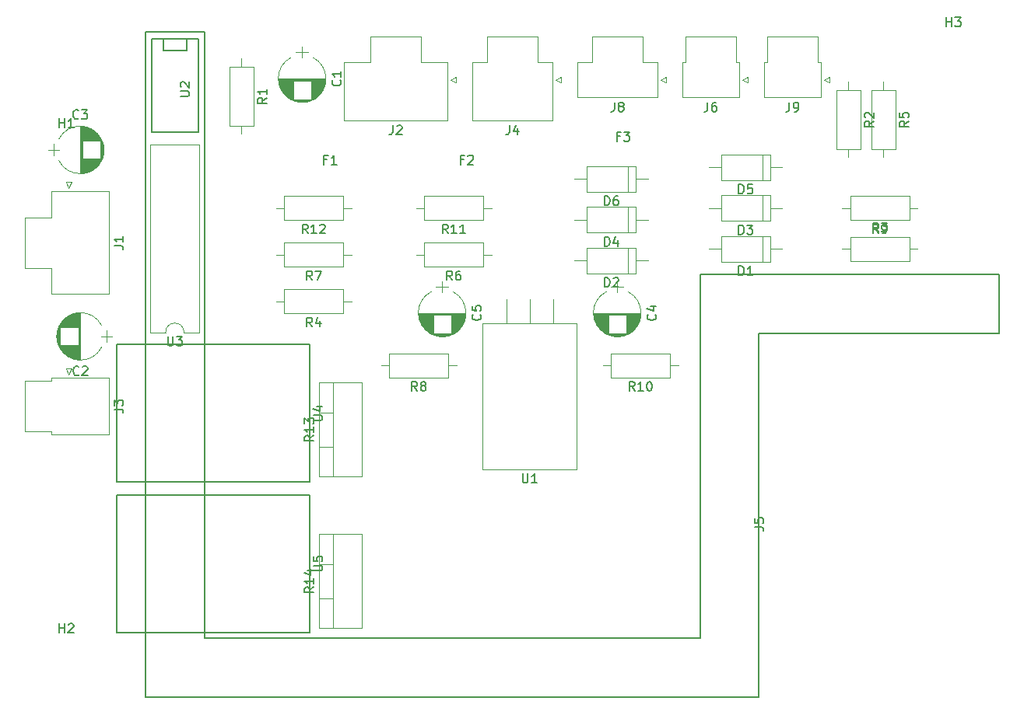
<source format=gbr>
G04 #@! TF.FileFunction,Legend,Top*
%FSLAX46Y46*%
G04 Gerber Fmt 4.6, Leading zero omitted, Abs format (unit mm)*
G04 Created by KiCad (PCBNEW 4.0.7) date 03/04/18 13:02:16*
%MOMM*%
%LPD*%
G01*
G04 APERTURE LIST*
%ADD10C,0.100000*%
%ADD11C,0.200000*%
%ADD12C,0.120000*%
%ADD13C,0.150000*%
G04 APERTURE END LIST*
D10*
D11*
X140500000Y-51943000D02*
X134100000Y-51943000D01*
X134100000Y-124383000D02*
X134100000Y-51943000D01*
X200837000Y-124383000D02*
X134100000Y-124383000D01*
X200837000Y-84759000D02*
X200837000Y-124383000D01*
X226949000Y-84759000D02*
X200837000Y-84759000D01*
X226949000Y-78359000D02*
X226949000Y-84759000D01*
X194437000Y-78359000D02*
X226949000Y-78359000D01*
X194437000Y-117983000D02*
X194437000Y-78359000D01*
X140500000Y-117983000D02*
X194437000Y-117983000D01*
X140500000Y-51943000D02*
X140500000Y-117983000D01*
D12*
X155610000Y-72430000D02*
X155610000Y-69810000D01*
X155610000Y-69810000D02*
X149190000Y-69810000D01*
X149190000Y-69810000D02*
X149190000Y-72430000D01*
X149190000Y-72430000D02*
X155610000Y-72430000D01*
X156500000Y-71120000D02*
X155610000Y-71120000D01*
X148300000Y-71120000D02*
X149190000Y-71120000D01*
X170850000Y-72430000D02*
X170850000Y-69810000D01*
X170850000Y-69810000D02*
X164430000Y-69810000D01*
X164430000Y-69810000D02*
X164430000Y-72430000D01*
X164430000Y-72430000D02*
X170850000Y-72430000D01*
X171740000Y-71120000D02*
X170850000Y-71120000D01*
X163540000Y-71120000D02*
X164430000Y-71120000D01*
X191170000Y-89575000D02*
X191170000Y-86955000D01*
X191170000Y-86955000D02*
X184750000Y-86955000D01*
X184750000Y-86955000D02*
X184750000Y-89575000D01*
X184750000Y-89575000D02*
X191170000Y-89575000D01*
X192060000Y-88265000D02*
X191170000Y-88265000D01*
X183860000Y-88265000D02*
X184750000Y-88265000D01*
X217205000Y-72430000D02*
X217205000Y-69810000D01*
X217205000Y-69810000D02*
X210785000Y-69810000D01*
X210785000Y-69810000D02*
X210785000Y-72430000D01*
X210785000Y-72430000D02*
X217205000Y-72430000D01*
X218095000Y-71120000D02*
X217205000Y-71120000D01*
X209895000Y-71120000D02*
X210785000Y-71120000D01*
X167040000Y-89575000D02*
X167040000Y-86955000D01*
X167040000Y-86955000D02*
X160620000Y-86955000D01*
X160620000Y-86955000D02*
X160620000Y-89575000D01*
X160620000Y-89575000D02*
X167040000Y-89575000D01*
X167930000Y-88265000D02*
X167040000Y-88265000D01*
X159730000Y-88265000D02*
X160620000Y-88265000D01*
X155610000Y-77510000D02*
X155610000Y-74890000D01*
X155610000Y-74890000D02*
X149190000Y-74890000D01*
X149190000Y-74890000D02*
X149190000Y-77510000D01*
X149190000Y-77510000D02*
X155610000Y-77510000D01*
X156500000Y-76200000D02*
X155610000Y-76200000D01*
X148300000Y-76200000D02*
X149190000Y-76200000D01*
X170850000Y-77510000D02*
X170850000Y-74890000D01*
X170850000Y-74890000D02*
X164430000Y-74890000D01*
X164430000Y-74890000D02*
X164430000Y-77510000D01*
X164430000Y-77510000D02*
X170850000Y-77510000D01*
X171740000Y-76200000D02*
X170850000Y-76200000D01*
X163540000Y-76200000D02*
X164430000Y-76200000D01*
X215686000Y-58258000D02*
X213066000Y-58258000D01*
X213066000Y-58258000D02*
X213066000Y-64678000D01*
X213066000Y-64678000D02*
X215686000Y-64678000D01*
X215686000Y-64678000D02*
X215686000Y-58258000D01*
X214376000Y-57368000D02*
X214376000Y-58258000D01*
X214376000Y-65568000D02*
X214376000Y-64678000D01*
X155610000Y-82590000D02*
X155610000Y-79970000D01*
X155610000Y-79970000D02*
X149190000Y-79970000D01*
X149190000Y-79970000D02*
X149190000Y-82590000D01*
X149190000Y-82590000D02*
X155610000Y-82590000D01*
X156500000Y-81280000D02*
X155610000Y-81280000D01*
X148300000Y-81280000D02*
X149190000Y-81280000D01*
X210785000Y-74255000D02*
X210785000Y-76875000D01*
X210785000Y-76875000D02*
X217205000Y-76875000D01*
X217205000Y-76875000D02*
X217205000Y-74255000D01*
X217205000Y-74255000D02*
X210785000Y-74255000D01*
X209895000Y-75565000D02*
X210785000Y-75565000D01*
X218095000Y-75565000D02*
X217205000Y-75565000D01*
X211876000Y-58258000D02*
X209256000Y-58258000D01*
X209256000Y-58258000D02*
X209256000Y-64678000D01*
X209256000Y-64678000D02*
X211876000Y-64678000D01*
X211876000Y-64678000D02*
X211876000Y-58258000D01*
X210566000Y-57368000D02*
X210566000Y-58258000D01*
X210566000Y-65568000D02*
X210566000Y-64678000D01*
X145836000Y-55718000D02*
X143216000Y-55718000D01*
X143216000Y-55718000D02*
X143216000Y-62138000D01*
X143216000Y-62138000D02*
X145836000Y-62138000D01*
X145836000Y-62138000D02*
X145836000Y-55718000D01*
X144526000Y-54828000D02*
X144526000Y-55718000D01*
X144526000Y-63028000D02*
X144526000Y-62138000D01*
X187445000Y-69355000D02*
X187445000Y-66535000D01*
X187445000Y-66535000D02*
X182125000Y-66535000D01*
X182125000Y-66535000D02*
X182125000Y-69355000D01*
X182125000Y-69355000D02*
X187445000Y-69355000D01*
X188785000Y-67945000D02*
X187445000Y-67945000D01*
X180785000Y-67945000D02*
X182125000Y-67945000D01*
X186605000Y-69355000D02*
X186605000Y-66535000D01*
X202050000Y-68085000D02*
X202050000Y-65265000D01*
X202050000Y-65265000D02*
X196730000Y-65265000D01*
X196730000Y-65265000D02*
X196730000Y-68085000D01*
X196730000Y-68085000D02*
X202050000Y-68085000D01*
X203390000Y-66675000D02*
X202050000Y-66675000D01*
X195390000Y-66675000D02*
X196730000Y-66675000D01*
X201210000Y-68085000D02*
X201210000Y-65265000D01*
X187445000Y-73800000D02*
X187445000Y-70980000D01*
X187445000Y-70980000D02*
X182125000Y-70980000D01*
X182125000Y-70980000D02*
X182125000Y-73800000D01*
X182125000Y-73800000D02*
X187445000Y-73800000D01*
X188785000Y-72390000D02*
X187445000Y-72390000D01*
X180785000Y-72390000D02*
X182125000Y-72390000D01*
X186605000Y-73800000D02*
X186605000Y-70980000D01*
X202050000Y-72530000D02*
X202050000Y-69710000D01*
X202050000Y-69710000D02*
X196730000Y-69710000D01*
X196730000Y-69710000D02*
X196730000Y-72530000D01*
X196730000Y-72530000D02*
X202050000Y-72530000D01*
X203390000Y-71120000D02*
X202050000Y-71120000D01*
X195390000Y-71120000D02*
X196730000Y-71120000D01*
X201210000Y-72530000D02*
X201210000Y-69710000D01*
X187445000Y-78245000D02*
X187445000Y-75425000D01*
X187445000Y-75425000D02*
X182125000Y-75425000D01*
X182125000Y-75425000D02*
X182125000Y-78245000D01*
X182125000Y-78245000D02*
X187445000Y-78245000D01*
X188785000Y-76835000D02*
X187445000Y-76835000D01*
X180785000Y-76835000D02*
X182125000Y-76835000D01*
X186605000Y-78245000D02*
X186605000Y-75425000D01*
X202050000Y-76975000D02*
X202050000Y-74155000D01*
X202050000Y-74155000D02*
X196730000Y-74155000D01*
X196730000Y-74155000D02*
X196730000Y-76975000D01*
X196730000Y-76975000D02*
X202050000Y-76975000D01*
X203390000Y-75565000D02*
X202050000Y-75565000D01*
X195390000Y-75565000D02*
X196730000Y-75565000D01*
X201210000Y-76975000D02*
X201210000Y-74155000D01*
X130120000Y-92690000D02*
X130120000Y-89570000D01*
X130120000Y-89570000D02*
X123840000Y-89570000D01*
X123840000Y-89570000D02*
X123840000Y-89940000D01*
X123840000Y-89940000D02*
X120980000Y-89940000D01*
X120980000Y-89940000D02*
X120980000Y-92690000D01*
X130120000Y-92690000D02*
X130120000Y-95810000D01*
X130120000Y-95810000D02*
X123840000Y-95810000D01*
X123840000Y-95810000D02*
X123840000Y-95440000D01*
X123840000Y-95440000D02*
X120980000Y-95440000D01*
X120980000Y-95440000D02*
X120980000Y-92690000D01*
X125730000Y-89220000D02*
X125430000Y-88620000D01*
X125430000Y-88620000D02*
X126030000Y-88620000D01*
X126030000Y-88620000D02*
X125730000Y-89220000D01*
X167549723Y-84835722D02*
G75*
G03X167550000Y-80224420I-1179723J2305722D01*
G01*
X165190277Y-84835722D02*
G75*
G02X165190000Y-80224420I1179723J2305722D01*
G01*
X165190277Y-84835722D02*
G75*
G03X167550000Y-84835580I1179723J2305722D01*
G01*
X168920000Y-82530000D02*
X163820000Y-82530000D01*
X168920000Y-82570000D02*
X163820000Y-82570000D01*
X168919000Y-82610000D02*
X163821000Y-82610000D01*
X168918000Y-82650000D02*
X163822000Y-82650000D01*
X168916000Y-82690000D02*
X163824000Y-82690000D01*
X168913000Y-82730000D02*
X163827000Y-82730000D01*
X168909000Y-82770000D02*
X163831000Y-82770000D01*
X168905000Y-82810000D02*
X167350000Y-82810000D01*
X165390000Y-82810000D02*
X163835000Y-82810000D01*
X168901000Y-82850000D02*
X167350000Y-82850000D01*
X165390000Y-82850000D02*
X163839000Y-82850000D01*
X168895000Y-82890000D02*
X167350000Y-82890000D01*
X165390000Y-82890000D02*
X163845000Y-82890000D01*
X168889000Y-82930000D02*
X167350000Y-82930000D01*
X165390000Y-82930000D02*
X163851000Y-82930000D01*
X168883000Y-82970000D02*
X167350000Y-82970000D01*
X165390000Y-82970000D02*
X163857000Y-82970000D01*
X168876000Y-83010000D02*
X167350000Y-83010000D01*
X165390000Y-83010000D02*
X163864000Y-83010000D01*
X168868000Y-83050000D02*
X167350000Y-83050000D01*
X165390000Y-83050000D02*
X163872000Y-83050000D01*
X168859000Y-83090000D02*
X167350000Y-83090000D01*
X165390000Y-83090000D02*
X163881000Y-83090000D01*
X168850000Y-83130000D02*
X167350000Y-83130000D01*
X165390000Y-83130000D02*
X163890000Y-83130000D01*
X168840000Y-83170000D02*
X167350000Y-83170000D01*
X165390000Y-83170000D02*
X163900000Y-83170000D01*
X168830000Y-83210000D02*
X167350000Y-83210000D01*
X165390000Y-83210000D02*
X163910000Y-83210000D01*
X168818000Y-83251000D02*
X167350000Y-83251000D01*
X165390000Y-83251000D02*
X163922000Y-83251000D01*
X168806000Y-83291000D02*
X167350000Y-83291000D01*
X165390000Y-83291000D02*
X163934000Y-83291000D01*
X168794000Y-83331000D02*
X167350000Y-83331000D01*
X165390000Y-83331000D02*
X163946000Y-83331000D01*
X168780000Y-83371000D02*
X167350000Y-83371000D01*
X165390000Y-83371000D02*
X163960000Y-83371000D01*
X168766000Y-83411000D02*
X167350000Y-83411000D01*
X165390000Y-83411000D02*
X163974000Y-83411000D01*
X168752000Y-83451000D02*
X167350000Y-83451000D01*
X165390000Y-83451000D02*
X163988000Y-83451000D01*
X168736000Y-83491000D02*
X167350000Y-83491000D01*
X165390000Y-83491000D02*
X164004000Y-83491000D01*
X168720000Y-83531000D02*
X167350000Y-83531000D01*
X165390000Y-83531000D02*
X164020000Y-83531000D01*
X168703000Y-83571000D02*
X167350000Y-83571000D01*
X165390000Y-83571000D02*
X164037000Y-83571000D01*
X168685000Y-83611000D02*
X167350000Y-83611000D01*
X165390000Y-83611000D02*
X164055000Y-83611000D01*
X168666000Y-83651000D02*
X167350000Y-83651000D01*
X165390000Y-83651000D02*
X164074000Y-83651000D01*
X168646000Y-83691000D02*
X167350000Y-83691000D01*
X165390000Y-83691000D02*
X164094000Y-83691000D01*
X168626000Y-83731000D02*
X167350000Y-83731000D01*
X165390000Y-83731000D02*
X164114000Y-83731000D01*
X168604000Y-83771000D02*
X167350000Y-83771000D01*
X165390000Y-83771000D02*
X164136000Y-83771000D01*
X168582000Y-83811000D02*
X167350000Y-83811000D01*
X165390000Y-83811000D02*
X164158000Y-83811000D01*
X168559000Y-83851000D02*
X167350000Y-83851000D01*
X165390000Y-83851000D02*
X164181000Y-83851000D01*
X168535000Y-83891000D02*
X167350000Y-83891000D01*
X165390000Y-83891000D02*
X164205000Y-83891000D01*
X168510000Y-83931000D02*
X167350000Y-83931000D01*
X165390000Y-83931000D02*
X164230000Y-83931000D01*
X168483000Y-83971000D02*
X167350000Y-83971000D01*
X165390000Y-83971000D02*
X164257000Y-83971000D01*
X168456000Y-84011000D02*
X167350000Y-84011000D01*
X165390000Y-84011000D02*
X164284000Y-84011000D01*
X168428000Y-84051000D02*
X167350000Y-84051000D01*
X165390000Y-84051000D02*
X164312000Y-84051000D01*
X168398000Y-84091000D02*
X167350000Y-84091000D01*
X165390000Y-84091000D02*
X164342000Y-84091000D01*
X168367000Y-84131000D02*
X167350000Y-84131000D01*
X165390000Y-84131000D02*
X164373000Y-84131000D01*
X168335000Y-84171000D02*
X167350000Y-84171000D01*
X165390000Y-84171000D02*
X164405000Y-84171000D01*
X168302000Y-84211000D02*
X167350000Y-84211000D01*
X165390000Y-84211000D02*
X164438000Y-84211000D01*
X168267000Y-84251000D02*
X167350000Y-84251000D01*
X165390000Y-84251000D02*
X164473000Y-84251000D01*
X168231000Y-84291000D02*
X167350000Y-84291000D01*
X165390000Y-84291000D02*
X164509000Y-84291000D01*
X168193000Y-84331000D02*
X167350000Y-84331000D01*
X165390000Y-84331000D02*
X164547000Y-84331000D01*
X168153000Y-84371000D02*
X167350000Y-84371000D01*
X165390000Y-84371000D02*
X164587000Y-84371000D01*
X168112000Y-84411000D02*
X167350000Y-84411000D01*
X165390000Y-84411000D02*
X164628000Y-84411000D01*
X168069000Y-84451000D02*
X167350000Y-84451000D01*
X165390000Y-84451000D02*
X164671000Y-84451000D01*
X168024000Y-84491000D02*
X167350000Y-84491000D01*
X165390000Y-84491000D02*
X164716000Y-84491000D01*
X167976000Y-84531000D02*
X167350000Y-84531000D01*
X165390000Y-84531000D02*
X164764000Y-84531000D01*
X167926000Y-84571000D02*
X167350000Y-84571000D01*
X165390000Y-84571000D02*
X164814000Y-84571000D01*
X167874000Y-84611000D02*
X167350000Y-84611000D01*
X165390000Y-84611000D02*
X164866000Y-84611000D01*
X167818000Y-84651000D02*
X167350000Y-84651000D01*
X165390000Y-84651000D02*
X164922000Y-84651000D01*
X167760000Y-84691000D02*
X167350000Y-84691000D01*
X165390000Y-84691000D02*
X164980000Y-84691000D01*
X167697000Y-84731000D02*
X167350000Y-84731000D01*
X165390000Y-84731000D02*
X165043000Y-84731000D01*
X167631000Y-84771000D02*
X165109000Y-84771000D01*
X167559000Y-84811000D02*
X165181000Y-84811000D01*
X167482000Y-84851000D02*
X165258000Y-84851000D01*
X167398000Y-84891000D02*
X165342000Y-84891000D01*
X167304000Y-84931000D02*
X165436000Y-84931000D01*
X167199000Y-84971000D02*
X165541000Y-84971000D01*
X167077000Y-85011000D02*
X165663000Y-85011000D01*
X166929000Y-85051000D02*
X165811000Y-85051000D01*
X166724000Y-85091000D02*
X166016000Y-85091000D01*
X166370000Y-79080000D02*
X166370000Y-80280000D01*
X167020000Y-79680000D02*
X165720000Y-79680000D01*
X186599723Y-84835722D02*
G75*
G03X186600000Y-80224420I-1179723J2305722D01*
G01*
X184240277Y-84835722D02*
G75*
G02X184240000Y-80224420I1179723J2305722D01*
G01*
X184240277Y-84835722D02*
G75*
G03X186600000Y-84835580I1179723J2305722D01*
G01*
X187970000Y-82530000D02*
X182870000Y-82530000D01*
X187970000Y-82570000D02*
X182870000Y-82570000D01*
X187969000Y-82610000D02*
X182871000Y-82610000D01*
X187968000Y-82650000D02*
X182872000Y-82650000D01*
X187966000Y-82690000D02*
X182874000Y-82690000D01*
X187963000Y-82730000D02*
X182877000Y-82730000D01*
X187959000Y-82770000D02*
X182881000Y-82770000D01*
X187955000Y-82810000D02*
X186400000Y-82810000D01*
X184440000Y-82810000D02*
X182885000Y-82810000D01*
X187951000Y-82850000D02*
X186400000Y-82850000D01*
X184440000Y-82850000D02*
X182889000Y-82850000D01*
X187945000Y-82890000D02*
X186400000Y-82890000D01*
X184440000Y-82890000D02*
X182895000Y-82890000D01*
X187939000Y-82930000D02*
X186400000Y-82930000D01*
X184440000Y-82930000D02*
X182901000Y-82930000D01*
X187933000Y-82970000D02*
X186400000Y-82970000D01*
X184440000Y-82970000D02*
X182907000Y-82970000D01*
X187926000Y-83010000D02*
X186400000Y-83010000D01*
X184440000Y-83010000D02*
X182914000Y-83010000D01*
X187918000Y-83050000D02*
X186400000Y-83050000D01*
X184440000Y-83050000D02*
X182922000Y-83050000D01*
X187909000Y-83090000D02*
X186400000Y-83090000D01*
X184440000Y-83090000D02*
X182931000Y-83090000D01*
X187900000Y-83130000D02*
X186400000Y-83130000D01*
X184440000Y-83130000D02*
X182940000Y-83130000D01*
X187890000Y-83170000D02*
X186400000Y-83170000D01*
X184440000Y-83170000D02*
X182950000Y-83170000D01*
X187880000Y-83210000D02*
X186400000Y-83210000D01*
X184440000Y-83210000D02*
X182960000Y-83210000D01*
X187868000Y-83251000D02*
X186400000Y-83251000D01*
X184440000Y-83251000D02*
X182972000Y-83251000D01*
X187856000Y-83291000D02*
X186400000Y-83291000D01*
X184440000Y-83291000D02*
X182984000Y-83291000D01*
X187844000Y-83331000D02*
X186400000Y-83331000D01*
X184440000Y-83331000D02*
X182996000Y-83331000D01*
X187830000Y-83371000D02*
X186400000Y-83371000D01*
X184440000Y-83371000D02*
X183010000Y-83371000D01*
X187816000Y-83411000D02*
X186400000Y-83411000D01*
X184440000Y-83411000D02*
X183024000Y-83411000D01*
X187802000Y-83451000D02*
X186400000Y-83451000D01*
X184440000Y-83451000D02*
X183038000Y-83451000D01*
X187786000Y-83491000D02*
X186400000Y-83491000D01*
X184440000Y-83491000D02*
X183054000Y-83491000D01*
X187770000Y-83531000D02*
X186400000Y-83531000D01*
X184440000Y-83531000D02*
X183070000Y-83531000D01*
X187753000Y-83571000D02*
X186400000Y-83571000D01*
X184440000Y-83571000D02*
X183087000Y-83571000D01*
X187735000Y-83611000D02*
X186400000Y-83611000D01*
X184440000Y-83611000D02*
X183105000Y-83611000D01*
X187716000Y-83651000D02*
X186400000Y-83651000D01*
X184440000Y-83651000D02*
X183124000Y-83651000D01*
X187696000Y-83691000D02*
X186400000Y-83691000D01*
X184440000Y-83691000D02*
X183144000Y-83691000D01*
X187676000Y-83731000D02*
X186400000Y-83731000D01*
X184440000Y-83731000D02*
X183164000Y-83731000D01*
X187654000Y-83771000D02*
X186400000Y-83771000D01*
X184440000Y-83771000D02*
X183186000Y-83771000D01*
X187632000Y-83811000D02*
X186400000Y-83811000D01*
X184440000Y-83811000D02*
X183208000Y-83811000D01*
X187609000Y-83851000D02*
X186400000Y-83851000D01*
X184440000Y-83851000D02*
X183231000Y-83851000D01*
X187585000Y-83891000D02*
X186400000Y-83891000D01*
X184440000Y-83891000D02*
X183255000Y-83891000D01*
X187560000Y-83931000D02*
X186400000Y-83931000D01*
X184440000Y-83931000D02*
X183280000Y-83931000D01*
X187533000Y-83971000D02*
X186400000Y-83971000D01*
X184440000Y-83971000D02*
X183307000Y-83971000D01*
X187506000Y-84011000D02*
X186400000Y-84011000D01*
X184440000Y-84011000D02*
X183334000Y-84011000D01*
X187478000Y-84051000D02*
X186400000Y-84051000D01*
X184440000Y-84051000D02*
X183362000Y-84051000D01*
X187448000Y-84091000D02*
X186400000Y-84091000D01*
X184440000Y-84091000D02*
X183392000Y-84091000D01*
X187417000Y-84131000D02*
X186400000Y-84131000D01*
X184440000Y-84131000D02*
X183423000Y-84131000D01*
X187385000Y-84171000D02*
X186400000Y-84171000D01*
X184440000Y-84171000D02*
X183455000Y-84171000D01*
X187352000Y-84211000D02*
X186400000Y-84211000D01*
X184440000Y-84211000D02*
X183488000Y-84211000D01*
X187317000Y-84251000D02*
X186400000Y-84251000D01*
X184440000Y-84251000D02*
X183523000Y-84251000D01*
X187281000Y-84291000D02*
X186400000Y-84291000D01*
X184440000Y-84291000D02*
X183559000Y-84291000D01*
X187243000Y-84331000D02*
X186400000Y-84331000D01*
X184440000Y-84331000D02*
X183597000Y-84331000D01*
X187203000Y-84371000D02*
X186400000Y-84371000D01*
X184440000Y-84371000D02*
X183637000Y-84371000D01*
X187162000Y-84411000D02*
X186400000Y-84411000D01*
X184440000Y-84411000D02*
X183678000Y-84411000D01*
X187119000Y-84451000D02*
X186400000Y-84451000D01*
X184440000Y-84451000D02*
X183721000Y-84451000D01*
X187074000Y-84491000D02*
X186400000Y-84491000D01*
X184440000Y-84491000D02*
X183766000Y-84491000D01*
X187026000Y-84531000D02*
X186400000Y-84531000D01*
X184440000Y-84531000D02*
X183814000Y-84531000D01*
X186976000Y-84571000D02*
X186400000Y-84571000D01*
X184440000Y-84571000D02*
X183864000Y-84571000D01*
X186924000Y-84611000D02*
X186400000Y-84611000D01*
X184440000Y-84611000D02*
X183916000Y-84611000D01*
X186868000Y-84651000D02*
X186400000Y-84651000D01*
X184440000Y-84651000D02*
X183972000Y-84651000D01*
X186810000Y-84691000D02*
X186400000Y-84691000D01*
X184440000Y-84691000D02*
X184030000Y-84691000D01*
X186747000Y-84731000D02*
X186400000Y-84731000D01*
X184440000Y-84731000D02*
X184093000Y-84731000D01*
X186681000Y-84771000D02*
X184159000Y-84771000D01*
X186609000Y-84811000D02*
X184231000Y-84811000D01*
X186532000Y-84851000D02*
X184308000Y-84851000D01*
X186448000Y-84891000D02*
X184392000Y-84891000D01*
X186354000Y-84931000D02*
X184486000Y-84931000D01*
X186249000Y-84971000D02*
X184591000Y-84971000D01*
X186127000Y-85011000D02*
X184713000Y-85011000D01*
X185979000Y-85051000D02*
X184861000Y-85051000D01*
X185774000Y-85091000D02*
X185066000Y-85091000D01*
X185420000Y-79080000D02*
X185420000Y-80280000D01*
X186070000Y-79680000D02*
X184770000Y-79680000D01*
X129285722Y-63590277D02*
G75*
G03X124674420Y-63590000I-2305722J-1179723D01*
G01*
X129285722Y-65949723D02*
G75*
G02X124674420Y-65950000I-2305722J1179723D01*
G01*
X129285722Y-65949723D02*
G75*
G03X129285580Y-63590000I-2305722J1179723D01*
G01*
X126980000Y-62220000D02*
X126980000Y-67320000D01*
X127020000Y-62220000D02*
X127020000Y-67320000D01*
X127060000Y-62221000D02*
X127060000Y-67319000D01*
X127100000Y-62222000D02*
X127100000Y-67318000D01*
X127140000Y-62224000D02*
X127140000Y-67316000D01*
X127180000Y-62227000D02*
X127180000Y-67313000D01*
X127220000Y-62231000D02*
X127220000Y-67309000D01*
X127260000Y-62235000D02*
X127260000Y-63790000D01*
X127260000Y-65750000D02*
X127260000Y-67305000D01*
X127300000Y-62239000D02*
X127300000Y-63790000D01*
X127300000Y-65750000D02*
X127300000Y-67301000D01*
X127340000Y-62245000D02*
X127340000Y-63790000D01*
X127340000Y-65750000D02*
X127340000Y-67295000D01*
X127380000Y-62251000D02*
X127380000Y-63790000D01*
X127380000Y-65750000D02*
X127380000Y-67289000D01*
X127420000Y-62257000D02*
X127420000Y-63790000D01*
X127420000Y-65750000D02*
X127420000Y-67283000D01*
X127460000Y-62264000D02*
X127460000Y-63790000D01*
X127460000Y-65750000D02*
X127460000Y-67276000D01*
X127500000Y-62272000D02*
X127500000Y-63790000D01*
X127500000Y-65750000D02*
X127500000Y-67268000D01*
X127540000Y-62281000D02*
X127540000Y-63790000D01*
X127540000Y-65750000D02*
X127540000Y-67259000D01*
X127580000Y-62290000D02*
X127580000Y-63790000D01*
X127580000Y-65750000D02*
X127580000Y-67250000D01*
X127620000Y-62300000D02*
X127620000Y-63790000D01*
X127620000Y-65750000D02*
X127620000Y-67240000D01*
X127660000Y-62310000D02*
X127660000Y-63790000D01*
X127660000Y-65750000D02*
X127660000Y-67230000D01*
X127701000Y-62322000D02*
X127701000Y-63790000D01*
X127701000Y-65750000D02*
X127701000Y-67218000D01*
X127741000Y-62334000D02*
X127741000Y-63790000D01*
X127741000Y-65750000D02*
X127741000Y-67206000D01*
X127781000Y-62346000D02*
X127781000Y-63790000D01*
X127781000Y-65750000D02*
X127781000Y-67194000D01*
X127821000Y-62360000D02*
X127821000Y-63790000D01*
X127821000Y-65750000D02*
X127821000Y-67180000D01*
X127861000Y-62374000D02*
X127861000Y-63790000D01*
X127861000Y-65750000D02*
X127861000Y-67166000D01*
X127901000Y-62388000D02*
X127901000Y-63790000D01*
X127901000Y-65750000D02*
X127901000Y-67152000D01*
X127941000Y-62404000D02*
X127941000Y-63790000D01*
X127941000Y-65750000D02*
X127941000Y-67136000D01*
X127981000Y-62420000D02*
X127981000Y-63790000D01*
X127981000Y-65750000D02*
X127981000Y-67120000D01*
X128021000Y-62437000D02*
X128021000Y-63790000D01*
X128021000Y-65750000D02*
X128021000Y-67103000D01*
X128061000Y-62455000D02*
X128061000Y-63790000D01*
X128061000Y-65750000D02*
X128061000Y-67085000D01*
X128101000Y-62474000D02*
X128101000Y-63790000D01*
X128101000Y-65750000D02*
X128101000Y-67066000D01*
X128141000Y-62494000D02*
X128141000Y-63790000D01*
X128141000Y-65750000D02*
X128141000Y-67046000D01*
X128181000Y-62514000D02*
X128181000Y-63790000D01*
X128181000Y-65750000D02*
X128181000Y-67026000D01*
X128221000Y-62536000D02*
X128221000Y-63790000D01*
X128221000Y-65750000D02*
X128221000Y-67004000D01*
X128261000Y-62558000D02*
X128261000Y-63790000D01*
X128261000Y-65750000D02*
X128261000Y-66982000D01*
X128301000Y-62581000D02*
X128301000Y-63790000D01*
X128301000Y-65750000D02*
X128301000Y-66959000D01*
X128341000Y-62605000D02*
X128341000Y-63790000D01*
X128341000Y-65750000D02*
X128341000Y-66935000D01*
X128381000Y-62630000D02*
X128381000Y-63790000D01*
X128381000Y-65750000D02*
X128381000Y-66910000D01*
X128421000Y-62657000D02*
X128421000Y-63790000D01*
X128421000Y-65750000D02*
X128421000Y-66883000D01*
X128461000Y-62684000D02*
X128461000Y-63790000D01*
X128461000Y-65750000D02*
X128461000Y-66856000D01*
X128501000Y-62712000D02*
X128501000Y-63790000D01*
X128501000Y-65750000D02*
X128501000Y-66828000D01*
X128541000Y-62742000D02*
X128541000Y-63790000D01*
X128541000Y-65750000D02*
X128541000Y-66798000D01*
X128581000Y-62773000D02*
X128581000Y-63790000D01*
X128581000Y-65750000D02*
X128581000Y-66767000D01*
X128621000Y-62805000D02*
X128621000Y-63790000D01*
X128621000Y-65750000D02*
X128621000Y-66735000D01*
X128661000Y-62838000D02*
X128661000Y-63790000D01*
X128661000Y-65750000D02*
X128661000Y-66702000D01*
X128701000Y-62873000D02*
X128701000Y-63790000D01*
X128701000Y-65750000D02*
X128701000Y-66667000D01*
X128741000Y-62909000D02*
X128741000Y-63790000D01*
X128741000Y-65750000D02*
X128741000Y-66631000D01*
X128781000Y-62947000D02*
X128781000Y-63790000D01*
X128781000Y-65750000D02*
X128781000Y-66593000D01*
X128821000Y-62987000D02*
X128821000Y-63790000D01*
X128821000Y-65750000D02*
X128821000Y-66553000D01*
X128861000Y-63028000D02*
X128861000Y-63790000D01*
X128861000Y-65750000D02*
X128861000Y-66512000D01*
X128901000Y-63071000D02*
X128901000Y-63790000D01*
X128901000Y-65750000D02*
X128901000Y-66469000D01*
X128941000Y-63116000D02*
X128941000Y-63790000D01*
X128941000Y-65750000D02*
X128941000Y-66424000D01*
X128981000Y-63164000D02*
X128981000Y-63790000D01*
X128981000Y-65750000D02*
X128981000Y-66376000D01*
X129021000Y-63214000D02*
X129021000Y-63790000D01*
X129021000Y-65750000D02*
X129021000Y-66326000D01*
X129061000Y-63266000D02*
X129061000Y-63790000D01*
X129061000Y-65750000D02*
X129061000Y-66274000D01*
X129101000Y-63322000D02*
X129101000Y-63790000D01*
X129101000Y-65750000D02*
X129101000Y-66218000D01*
X129141000Y-63380000D02*
X129141000Y-63790000D01*
X129141000Y-65750000D02*
X129141000Y-66160000D01*
X129181000Y-63443000D02*
X129181000Y-63790000D01*
X129181000Y-65750000D02*
X129181000Y-66097000D01*
X129221000Y-63509000D02*
X129221000Y-66031000D01*
X129261000Y-63581000D02*
X129261000Y-65959000D01*
X129301000Y-63658000D02*
X129301000Y-65882000D01*
X129341000Y-63742000D02*
X129341000Y-65798000D01*
X129381000Y-63836000D02*
X129381000Y-65704000D01*
X129421000Y-63941000D02*
X129421000Y-65599000D01*
X129461000Y-64063000D02*
X129461000Y-65477000D01*
X129501000Y-64211000D02*
X129501000Y-65329000D01*
X129541000Y-64416000D02*
X129541000Y-65124000D01*
X123530000Y-64770000D02*
X124730000Y-64770000D01*
X124130000Y-64120000D02*
X124130000Y-65420000D01*
X124714278Y-86269723D02*
G75*
G03X129325580Y-86270000I2305722J1179723D01*
G01*
X124714278Y-83910277D02*
G75*
G02X129325580Y-83910000I2305722J-1179723D01*
G01*
X124714278Y-83910277D02*
G75*
G03X124714420Y-86270000I2305722J-1179723D01*
G01*
X127020000Y-87640000D02*
X127020000Y-82540000D01*
X126980000Y-87640000D02*
X126980000Y-82540000D01*
X126940000Y-87639000D02*
X126940000Y-82541000D01*
X126900000Y-87638000D02*
X126900000Y-82542000D01*
X126860000Y-87636000D02*
X126860000Y-82544000D01*
X126820000Y-87633000D02*
X126820000Y-82547000D01*
X126780000Y-87629000D02*
X126780000Y-82551000D01*
X126740000Y-87625000D02*
X126740000Y-86070000D01*
X126740000Y-84110000D02*
X126740000Y-82555000D01*
X126700000Y-87621000D02*
X126700000Y-86070000D01*
X126700000Y-84110000D02*
X126700000Y-82559000D01*
X126660000Y-87615000D02*
X126660000Y-86070000D01*
X126660000Y-84110000D02*
X126660000Y-82565000D01*
X126620000Y-87609000D02*
X126620000Y-86070000D01*
X126620000Y-84110000D02*
X126620000Y-82571000D01*
X126580000Y-87603000D02*
X126580000Y-86070000D01*
X126580000Y-84110000D02*
X126580000Y-82577000D01*
X126540000Y-87596000D02*
X126540000Y-86070000D01*
X126540000Y-84110000D02*
X126540000Y-82584000D01*
X126500000Y-87588000D02*
X126500000Y-86070000D01*
X126500000Y-84110000D02*
X126500000Y-82592000D01*
X126460000Y-87579000D02*
X126460000Y-86070000D01*
X126460000Y-84110000D02*
X126460000Y-82601000D01*
X126420000Y-87570000D02*
X126420000Y-86070000D01*
X126420000Y-84110000D02*
X126420000Y-82610000D01*
X126380000Y-87560000D02*
X126380000Y-86070000D01*
X126380000Y-84110000D02*
X126380000Y-82620000D01*
X126340000Y-87550000D02*
X126340000Y-86070000D01*
X126340000Y-84110000D02*
X126340000Y-82630000D01*
X126299000Y-87538000D02*
X126299000Y-86070000D01*
X126299000Y-84110000D02*
X126299000Y-82642000D01*
X126259000Y-87526000D02*
X126259000Y-86070000D01*
X126259000Y-84110000D02*
X126259000Y-82654000D01*
X126219000Y-87514000D02*
X126219000Y-86070000D01*
X126219000Y-84110000D02*
X126219000Y-82666000D01*
X126179000Y-87500000D02*
X126179000Y-86070000D01*
X126179000Y-84110000D02*
X126179000Y-82680000D01*
X126139000Y-87486000D02*
X126139000Y-86070000D01*
X126139000Y-84110000D02*
X126139000Y-82694000D01*
X126099000Y-87472000D02*
X126099000Y-86070000D01*
X126099000Y-84110000D02*
X126099000Y-82708000D01*
X126059000Y-87456000D02*
X126059000Y-86070000D01*
X126059000Y-84110000D02*
X126059000Y-82724000D01*
X126019000Y-87440000D02*
X126019000Y-86070000D01*
X126019000Y-84110000D02*
X126019000Y-82740000D01*
X125979000Y-87423000D02*
X125979000Y-86070000D01*
X125979000Y-84110000D02*
X125979000Y-82757000D01*
X125939000Y-87405000D02*
X125939000Y-86070000D01*
X125939000Y-84110000D02*
X125939000Y-82775000D01*
X125899000Y-87386000D02*
X125899000Y-86070000D01*
X125899000Y-84110000D02*
X125899000Y-82794000D01*
X125859000Y-87366000D02*
X125859000Y-86070000D01*
X125859000Y-84110000D02*
X125859000Y-82814000D01*
X125819000Y-87346000D02*
X125819000Y-86070000D01*
X125819000Y-84110000D02*
X125819000Y-82834000D01*
X125779000Y-87324000D02*
X125779000Y-86070000D01*
X125779000Y-84110000D02*
X125779000Y-82856000D01*
X125739000Y-87302000D02*
X125739000Y-86070000D01*
X125739000Y-84110000D02*
X125739000Y-82878000D01*
X125699000Y-87279000D02*
X125699000Y-86070000D01*
X125699000Y-84110000D02*
X125699000Y-82901000D01*
X125659000Y-87255000D02*
X125659000Y-86070000D01*
X125659000Y-84110000D02*
X125659000Y-82925000D01*
X125619000Y-87230000D02*
X125619000Y-86070000D01*
X125619000Y-84110000D02*
X125619000Y-82950000D01*
X125579000Y-87203000D02*
X125579000Y-86070000D01*
X125579000Y-84110000D02*
X125579000Y-82977000D01*
X125539000Y-87176000D02*
X125539000Y-86070000D01*
X125539000Y-84110000D02*
X125539000Y-83004000D01*
X125499000Y-87148000D02*
X125499000Y-86070000D01*
X125499000Y-84110000D02*
X125499000Y-83032000D01*
X125459000Y-87118000D02*
X125459000Y-86070000D01*
X125459000Y-84110000D02*
X125459000Y-83062000D01*
X125419000Y-87087000D02*
X125419000Y-86070000D01*
X125419000Y-84110000D02*
X125419000Y-83093000D01*
X125379000Y-87055000D02*
X125379000Y-86070000D01*
X125379000Y-84110000D02*
X125379000Y-83125000D01*
X125339000Y-87022000D02*
X125339000Y-86070000D01*
X125339000Y-84110000D02*
X125339000Y-83158000D01*
X125299000Y-86987000D02*
X125299000Y-86070000D01*
X125299000Y-84110000D02*
X125299000Y-83193000D01*
X125259000Y-86951000D02*
X125259000Y-86070000D01*
X125259000Y-84110000D02*
X125259000Y-83229000D01*
X125219000Y-86913000D02*
X125219000Y-86070000D01*
X125219000Y-84110000D02*
X125219000Y-83267000D01*
X125179000Y-86873000D02*
X125179000Y-86070000D01*
X125179000Y-84110000D02*
X125179000Y-83307000D01*
X125139000Y-86832000D02*
X125139000Y-86070000D01*
X125139000Y-84110000D02*
X125139000Y-83348000D01*
X125099000Y-86789000D02*
X125099000Y-86070000D01*
X125099000Y-84110000D02*
X125099000Y-83391000D01*
X125059000Y-86744000D02*
X125059000Y-86070000D01*
X125059000Y-84110000D02*
X125059000Y-83436000D01*
X125019000Y-86696000D02*
X125019000Y-86070000D01*
X125019000Y-84110000D02*
X125019000Y-83484000D01*
X124979000Y-86646000D02*
X124979000Y-86070000D01*
X124979000Y-84110000D02*
X124979000Y-83534000D01*
X124939000Y-86594000D02*
X124939000Y-86070000D01*
X124939000Y-84110000D02*
X124939000Y-83586000D01*
X124899000Y-86538000D02*
X124899000Y-86070000D01*
X124899000Y-84110000D02*
X124899000Y-83642000D01*
X124859000Y-86480000D02*
X124859000Y-86070000D01*
X124859000Y-84110000D02*
X124859000Y-83700000D01*
X124819000Y-86417000D02*
X124819000Y-86070000D01*
X124819000Y-84110000D02*
X124819000Y-83763000D01*
X124779000Y-86351000D02*
X124779000Y-83829000D01*
X124739000Y-86279000D02*
X124739000Y-83901000D01*
X124699000Y-86202000D02*
X124699000Y-83978000D01*
X124659000Y-86118000D02*
X124659000Y-84062000D01*
X124619000Y-86024000D02*
X124619000Y-84156000D01*
X124579000Y-85919000D02*
X124579000Y-84261000D01*
X124539000Y-85797000D02*
X124539000Y-84383000D01*
X124499000Y-85649000D02*
X124499000Y-84531000D01*
X124459000Y-85444000D02*
X124459000Y-84736000D01*
X130470000Y-85090000D02*
X129270000Y-85090000D01*
X129870000Y-85740000D02*
X129870000Y-84440000D01*
X152309723Y-59308722D02*
G75*
G03X152310000Y-54697420I-1179723J2305722D01*
G01*
X149950277Y-59308722D02*
G75*
G02X149950000Y-54697420I1179723J2305722D01*
G01*
X149950277Y-59308722D02*
G75*
G03X152310000Y-59308580I1179723J2305722D01*
G01*
X153680000Y-57003000D02*
X148580000Y-57003000D01*
X153680000Y-57043000D02*
X148580000Y-57043000D01*
X153679000Y-57083000D02*
X148581000Y-57083000D01*
X153678000Y-57123000D02*
X148582000Y-57123000D01*
X153676000Y-57163000D02*
X148584000Y-57163000D01*
X153673000Y-57203000D02*
X148587000Y-57203000D01*
X153669000Y-57243000D02*
X148591000Y-57243000D01*
X153665000Y-57283000D02*
X152110000Y-57283000D01*
X150150000Y-57283000D02*
X148595000Y-57283000D01*
X153661000Y-57323000D02*
X152110000Y-57323000D01*
X150150000Y-57323000D02*
X148599000Y-57323000D01*
X153655000Y-57363000D02*
X152110000Y-57363000D01*
X150150000Y-57363000D02*
X148605000Y-57363000D01*
X153649000Y-57403000D02*
X152110000Y-57403000D01*
X150150000Y-57403000D02*
X148611000Y-57403000D01*
X153643000Y-57443000D02*
X152110000Y-57443000D01*
X150150000Y-57443000D02*
X148617000Y-57443000D01*
X153636000Y-57483000D02*
X152110000Y-57483000D01*
X150150000Y-57483000D02*
X148624000Y-57483000D01*
X153628000Y-57523000D02*
X152110000Y-57523000D01*
X150150000Y-57523000D02*
X148632000Y-57523000D01*
X153619000Y-57563000D02*
X152110000Y-57563000D01*
X150150000Y-57563000D02*
X148641000Y-57563000D01*
X153610000Y-57603000D02*
X152110000Y-57603000D01*
X150150000Y-57603000D02*
X148650000Y-57603000D01*
X153600000Y-57643000D02*
X152110000Y-57643000D01*
X150150000Y-57643000D02*
X148660000Y-57643000D01*
X153590000Y-57683000D02*
X152110000Y-57683000D01*
X150150000Y-57683000D02*
X148670000Y-57683000D01*
X153578000Y-57724000D02*
X152110000Y-57724000D01*
X150150000Y-57724000D02*
X148682000Y-57724000D01*
X153566000Y-57764000D02*
X152110000Y-57764000D01*
X150150000Y-57764000D02*
X148694000Y-57764000D01*
X153554000Y-57804000D02*
X152110000Y-57804000D01*
X150150000Y-57804000D02*
X148706000Y-57804000D01*
X153540000Y-57844000D02*
X152110000Y-57844000D01*
X150150000Y-57844000D02*
X148720000Y-57844000D01*
X153526000Y-57884000D02*
X152110000Y-57884000D01*
X150150000Y-57884000D02*
X148734000Y-57884000D01*
X153512000Y-57924000D02*
X152110000Y-57924000D01*
X150150000Y-57924000D02*
X148748000Y-57924000D01*
X153496000Y-57964000D02*
X152110000Y-57964000D01*
X150150000Y-57964000D02*
X148764000Y-57964000D01*
X153480000Y-58004000D02*
X152110000Y-58004000D01*
X150150000Y-58004000D02*
X148780000Y-58004000D01*
X153463000Y-58044000D02*
X152110000Y-58044000D01*
X150150000Y-58044000D02*
X148797000Y-58044000D01*
X153445000Y-58084000D02*
X152110000Y-58084000D01*
X150150000Y-58084000D02*
X148815000Y-58084000D01*
X153426000Y-58124000D02*
X152110000Y-58124000D01*
X150150000Y-58124000D02*
X148834000Y-58124000D01*
X153406000Y-58164000D02*
X152110000Y-58164000D01*
X150150000Y-58164000D02*
X148854000Y-58164000D01*
X153386000Y-58204000D02*
X152110000Y-58204000D01*
X150150000Y-58204000D02*
X148874000Y-58204000D01*
X153364000Y-58244000D02*
X152110000Y-58244000D01*
X150150000Y-58244000D02*
X148896000Y-58244000D01*
X153342000Y-58284000D02*
X152110000Y-58284000D01*
X150150000Y-58284000D02*
X148918000Y-58284000D01*
X153319000Y-58324000D02*
X152110000Y-58324000D01*
X150150000Y-58324000D02*
X148941000Y-58324000D01*
X153295000Y-58364000D02*
X152110000Y-58364000D01*
X150150000Y-58364000D02*
X148965000Y-58364000D01*
X153270000Y-58404000D02*
X152110000Y-58404000D01*
X150150000Y-58404000D02*
X148990000Y-58404000D01*
X153243000Y-58444000D02*
X152110000Y-58444000D01*
X150150000Y-58444000D02*
X149017000Y-58444000D01*
X153216000Y-58484000D02*
X152110000Y-58484000D01*
X150150000Y-58484000D02*
X149044000Y-58484000D01*
X153188000Y-58524000D02*
X152110000Y-58524000D01*
X150150000Y-58524000D02*
X149072000Y-58524000D01*
X153158000Y-58564000D02*
X152110000Y-58564000D01*
X150150000Y-58564000D02*
X149102000Y-58564000D01*
X153127000Y-58604000D02*
X152110000Y-58604000D01*
X150150000Y-58604000D02*
X149133000Y-58604000D01*
X153095000Y-58644000D02*
X152110000Y-58644000D01*
X150150000Y-58644000D02*
X149165000Y-58644000D01*
X153062000Y-58684000D02*
X152110000Y-58684000D01*
X150150000Y-58684000D02*
X149198000Y-58684000D01*
X153027000Y-58724000D02*
X152110000Y-58724000D01*
X150150000Y-58724000D02*
X149233000Y-58724000D01*
X152991000Y-58764000D02*
X152110000Y-58764000D01*
X150150000Y-58764000D02*
X149269000Y-58764000D01*
X152953000Y-58804000D02*
X152110000Y-58804000D01*
X150150000Y-58804000D02*
X149307000Y-58804000D01*
X152913000Y-58844000D02*
X152110000Y-58844000D01*
X150150000Y-58844000D02*
X149347000Y-58844000D01*
X152872000Y-58884000D02*
X152110000Y-58884000D01*
X150150000Y-58884000D02*
X149388000Y-58884000D01*
X152829000Y-58924000D02*
X152110000Y-58924000D01*
X150150000Y-58924000D02*
X149431000Y-58924000D01*
X152784000Y-58964000D02*
X152110000Y-58964000D01*
X150150000Y-58964000D02*
X149476000Y-58964000D01*
X152736000Y-59004000D02*
X152110000Y-59004000D01*
X150150000Y-59004000D02*
X149524000Y-59004000D01*
X152686000Y-59044000D02*
X152110000Y-59044000D01*
X150150000Y-59044000D02*
X149574000Y-59044000D01*
X152634000Y-59084000D02*
X152110000Y-59084000D01*
X150150000Y-59084000D02*
X149626000Y-59084000D01*
X152578000Y-59124000D02*
X152110000Y-59124000D01*
X150150000Y-59124000D02*
X149682000Y-59124000D01*
X152520000Y-59164000D02*
X152110000Y-59164000D01*
X150150000Y-59164000D02*
X149740000Y-59164000D01*
X152457000Y-59204000D02*
X152110000Y-59204000D01*
X150150000Y-59204000D02*
X149803000Y-59204000D01*
X152391000Y-59244000D02*
X149869000Y-59244000D01*
X152319000Y-59284000D02*
X149941000Y-59284000D01*
X152242000Y-59324000D02*
X150018000Y-59324000D01*
X152158000Y-59364000D02*
X150102000Y-59364000D01*
X152064000Y-59404000D02*
X150196000Y-59404000D01*
X151959000Y-59444000D02*
X150301000Y-59444000D01*
X151837000Y-59484000D02*
X150423000Y-59484000D01*
X151689000Y-59524000D02*
X150571000Y-59524000D01*
X151484000Y-59564000D02*
X150776000Y-59564000D01*
X151130000Y-53553000D02*
X151130000Y-54753000D01*
X151780000Y-54153000D02*
X150480000Y-54153000D01*
X181015000Y-83700000D02*
X170775000Y-83700000D01*
X181015000Y-99590000D02*
X170775000Y-99590000D01*
X181015000Y-99590000D02*
X181015000Y-83700000D01*
X170775000Y-99590000D02*
X170775000Y-83700000D01*
X178435000Y-83700000D02*
X178435000Y-81060000D01*
X175895000Y-83700000D02*
X175895000Y-81076000D01*
X173355000Y-83700000D02*
X173355000Y-81076000D01*
D13*
X130978000Y-102355000D02*
X151978000Y-102355000D01*
X151978000Y-102355000D02*
X151978000Y-117355000D01*
X151978000Y-117355000D02*
X130978000Y-117355000D01*
X130978000Y-117355000D02*
X130978000Y-102355000D01*
X130978000Y-85972000D02*
X151978000Y-85972000D01*
X151978000Y-85972000D02*
X151978000Y-100972000D01*
X151978000Y-100972000D02*
X130978000Y-100972000D01*
X130978000Y-100972000D02*
X130978000Y-85972000D01*
D12*
X136287000Y-84642000D02*
G75*
G02X138287000Y-84642000I1000000J0D01*
G01*
X138287000Y-84642000D02*
X139937000Y-84642000D01*
X139937000Y-84642000D02*
X139937000Y-64202000D01*
X139937000Y-64202000D02*
X134637000Y-64202000D01*
X134637000Y-64202000D02*
X134637000Y-84642000D01*
X134637000Y-84642000D02*
X136287000Y-84642000D01*
D13*
X139827000Y-52705000D02*
X134747000Y-52705000D01*
X134747000Y-52705000D02*
X134747000Y-62865000D01*
X134747000Y-62865000D02*
X139827000Y-62865000D01*
X139827000Y-62865000D02*
X139827000Y-52705000D01*
X138557000Y-52705000D02*
X138557000Y-53975000D01*
X138557000Y-53975000D02*
X136017000Y-53975000D01*
X136017000Y-53975000D02*
X136017000Y-52705000D01*
D12*
X204490000Y-59040000D02*
X207610000Y-59040000D01*
X207610000Y-59040000D02*
X207610000Y-55260000D01*
X207610000Y-55260000D02*
X207240000Y-55260000D01*
X207240000Y-55260000D02*
X207240000Y-52400000D01*
X207240000Y-52400000D02*
X204490000Y-52400000D01*
X204490000Y-59040000D02*
X201370000Y-59040000D01*
X201370000Y-59040000D02*
X201370000Y-55260000D01*
X201370000Y-55260000D02*
X201740000Y-55260000D01*
X201740000Y-55260000D02*
X201740000Y-52400000D01*
X201740000Y-52400000D02*
X204490000Y-52400000D01*
X207960000Y-57150000D02*
X208560000Y-56850000D01*
X208560000Y-56850000D02*
X208560000Y-57450000D01*
X208560000Y-57450000D02*
X207960000Y-57150000D01*
X185460000Y-59040000D02*
X189830000Y-59040000D01*
X189830000Y-59040000D02*
X189830000Y-55260000D01*
X189830000Y-55260000D02*
X188210000Y-55260000D01*
X188210000Y-55260000D02*
X188210000Y-52400000D01*
X188210000Y-52400000D02*
X185460000Y-52400000D01*
X185460000Y-59040000D02*
X181090000Y-59040000D01*
X181090000Y-59040000D02*
X181090000Y-55260000D01*
X181090000Y-55260000D02*
X182710000Y-55260000D01*
X182710000Y-55260000D02*
X182710000Y-52400000D01*
X182710000Y-52400000D02*
X185460000Y-52400000D01*
X190180000Y-57150000D02*
X190780000Y-56850000D01*
X190780000Y-56850000D02*
X190780000Y-57450000D01*
X190780000Y-57450000D02*
X190180000Y-57150000D01*
X174030000Y-61540000D02*
X178400000Y-61540000D01*
X178400000Y-61540000D02*
X178400000Y-55260000D01*
X178400000Y-55260000D02*
X176780000Y-55260000D01*
X176780000Y-55260000D02*
X176780000Y-52400000D01*
X176780000Y-52400000D02*
X174030000Y-52400000D01*
X174030000Y-61540000D02*
X169660000Y-61540000D01*
X169660000Y-61540000D02*
X169660000Y-55260000D01*
X169660000Y-55260000D02*
X171280000Y-55260000D01*
X171280000Y-55260000D02*
X171280000Y-52400000D01*
X171280000Y-52400000D02*
X174030000Y-52400000D01*
X178750000Y-57150000D02*
X179350000Y-56850000D01*
X179350000Y-56850000D02*
X179350000Y-57450000D01*
X179350000Y-57450000D02*
X178750000Y-57150000D01*
X161350000Y-61540000D02*
X166970000Y-61540000D01*
X166970000Y-61540000D02*
X166970000Y-55260000D01*
X166970000Y-55260000D02*
X164100000Y-55260000D01*
X164100000Y-55260000D02*
X164100000Y-52400000D01*
X164100000Y-52400000D02*
X161350000Y-52400000D01*
X161350000Y-61540000D02*
X155730000Y-61540000D01*
X155730000Y-61540000D02*
X155730000Y-55260000D01*
X155730000Y-55260000D02*
X158600000Y-55260000D01*
X158600000Y-55260000D02*
X158600000Y-52400000D01*
X158600000Y-52400000D02*
X161350000Y-52400000D01*
X167320000Y-57150000D02*
X167920000Y-56850000D01*
X167920000Y-56850000D02*
X167920000Y-57450000D01*
X167920000Y-57450000D02*
X167320000Y-57150000D01*
X130120000Y-74870000D02*
X130120000Y-69250000D01*
X130120000Y-69250000D02*
X123840000Y-69250000D01*
X123840000Y-69250000D02*
X123840000Y-72120000D01*
X123840000Y-72120000D02*
X120980000Y-72120000D01*
X120980000Y-72120000D02*
X120980000Y-74870000D01*
X130120000Y-74870000D02*
X130120000Y-80490000D01*
X130120000Y-80490000D02*
X123840000Y-80490000D01*
X123840000Y-80490000D02*
X123840000Y-77620000D01*
X123840000Y-77620000D02*
X120980000Y-77620000D01*
X120980000Y-77620000D02*
X120980000Y-74870000D01*
X125730000Y-68900000D02*
X125430000Y-68300000D01*
X125430000Y-68300000D02*
X126030000Y-68300000D01*
X126030000Y-68300000D02*
X125730000Y-68900000D01*
X152955000Y-100370000D02*
X152955000Y-90130000D01*
X157596000Y-100370000D02*
X157596000Y-90130000D01*
X152955000Y-100370000D02*
X157596000Y-100370000D01*
X152955000Y-90130000D02*
X157596000Y-90130000D01*
X154465000Y-100370000D02*
X154465000Y-90130000D01*
X152955000Y-97100000D02*
X154465000Y-97100000D01*
X152955000Y-93399000D02*
X154465000Y-93399000D01*
X152955000Y-116880000D02*
X152955000Y-106640000D01*
X157596000Y-116880000D02*
X157596000Y-106640000D01*
X152955000Y-116880000D02*
X157596000Y-116880000D01*
X152955000Y-106640000D02*
X157596000Y-106640000D01*
X154465000Y-116880000D02*
X154465000Y-106640000D01*
X152955000Y-113610000D02*
X154465000Y-113610000D01*
X152955000Y-109909000D02*
X154465000Y-109909000D01*
X195600000Y-59040000D02*
X198720000Y-59040000D01*
X198720000Y-59040000D02*
X198720000Y-55260000D01*
X198720000Y-55260000D02*
X198350000Y-55260000D01*
X198350000Y-55260000D02*
X198350000Y-52400000D01*
X198350000Y-52400000D02*
X195600000Y-52400000D01*
X195600000Y-59040000D02*
X192480000Y-59040000D01*
X192480000Y-59040000D02*
X192480000Y-55260000D01*
X192480000Y-55260000D02*
X192850000Y-55260000D01*
X192850000Y-55260000D02*
X192850000Y-52400000D01*
X192850000Y-52400000D02*
X195600000Y-52400000D01*
X199070000Y-57150000D02*
X199670000Y-56850000D01*
X199670000Y-56850000D02*
X199670000Y-57450000D01*
X199670000Y-57450000D02*
X199070000Y-57150000D01*
D13*
X221234095Y-51340381D02*
X221234095Y-50340381D01*
X221234095Y-50816571D02*
X221805524Y-50816571D01*
X221805524Y-51340381D02*
X221805524Y-50340381D01*
X222186476Y-50340381D02*
X222805524Y-50340381D01*
X222472190Y-50721333D01*
X222615048Y-50721333D01*
X222710286Y-50768952D01*
X222757905Y-50816571D01*
X222805524Y-50911810D01*
X222805524Y-51149905D01*
X222757905Y-51245143D01*
X222710286Y-51292762D01*
X222615048Y-51340381D01*
X222329333Y-51340381D01*
X222234095Y-51292762D01*
X222186476Y-51245143D01*
X151757143Y-73882381D02*
X151423809Y-73406190D01*
X151185714Y-73882381D02*
X151185714Y-72882381D01*
X151566667Y-72882381D01*
X151661905Y-72930000D01*
X151709524Y-72977619D01*
X151757143Y-73072857D01*
X151757143Y-73215714D01*
X151709524Y-73310952D01*
X151661905Y-73358571D01*
X151566667Y-73406190D01*
X151185714Y-73406190D01*
X152709524Y-73882381D02*
X152138095Y-73882381D01*
X152423809Y-73882381D02*
X152423809Y-72882381D01*
X152328571Y-73025238D01*
X152233333Y-73120476D01*
X152138095Y-73168095D01*
X153090476Y-72977619D02*
X153138095Y-72930000D01*
X153233333Y-72882381D01*
X153471429Y-72882381D01*
X153566667Y-72930000D01*
X153614286Y-72977619D01*
X153661905Y-73072857D01*
X153661905Y-73168095D01*
X153614286Y-73310952D01*
X153042857Y-73882381D01*
X153661905Y-73882381D01*
X166997143Y-73882381D02*
X166663809Y-73406190D01*
X166425714Y-73882381D02*
X166425714Y-72882381D01*
X166806667Y-72882381D01*
X166901905Y-72930000D01*
X166949524Y-72977619D01*
X166997143Y-73072857D01*
X166997143Y-73215714D01*
X166949524Y-73310952D01*
X166901905Y-73358571D01*
X166806667Y-73406190D01*
X166425714Y-73406190D01*
X167949524Y-73882381D02*
X167378095Y-73882381D01*
X167663809Y-73882381D02*
X167663809Y-72882381D01*
X167568571Y-73025238D01*
X167473333Y-73120476D01*
X167378095Y-73168095D01*
X168901905Y-73882381D02*
X168330476Y-73882381D01*
X168616190Y-73882381D02*
X168616190Y-72882381D01*
X168520952Y-73025238D01*
X168425714Y-73120476D01*
X168330476Y-73168095D01*
X187317143Y-91027381D02*
X186983809Y-90551190D01*
X186745714Y-91027381D02*
X186745714Y-90027381D01*
X187126667Y-90027381D01*
X187221905Y-90075000D01*
X187269524Y-90122619D01*
X187317143Y-90217857D01*
X187317143Y-90360714D01*
X187269524Y-90455952D01*
X187221905Y-90503571D01*
X187126667Y-90551190D01*
X186745714Y-90551190D01*
X188269524Y-91027381D02*
X187698095Y-91027381D01*
X187983809Y-91027381D02*
X187983809Y-90027381D01*
X187888571Y-90170238D01*
X187793333Y-90265476D01*
X187698095Y-90313095D01*
X188888571Y-90027381D02*
X188983810Y-90027381D01*
X189079048Y-90075000D01*
X189126667Y-90122619D01*
X189174286Y-90217857D01*
X189221905Y-90408333D01*
X189221905Y-90646429D01*
X189174286Y-90836905D01*
X189126667Y-90932143D01*
X189079048Y-90979762D01*
X188983810Y-91027381D01*
X188888571Y-91027381D01*
X188793333Y-90979762D01*
X188745714Y-90932143D01*
X188698095Y-90836905D01*
X188650476Y-90646429D01*
X188650476Y-90408333D01*
X188698095Y-90217857D01*
X188745714Y-90122619D01*
X188793333Y-90075000D01*
X188888571Y-90027381D01*
X213828334Y-73882381D02*
X213495000Y-73406190D01*
X213256905Y-73882381D02*
X213256905Y-72882381D01*
X213637858Y-72882381D01*
X213733096Y-72930000D01*
X213780715Y-72977619D01*
X213828334Y-73072857D01*
X213828334Y-73215714D01*
X213780715Y-73310952D01*
X213733096Y-73358571D01*
X213637858Y-73406190D01*
X213256905Y-73406190D01*
X214304524Y-73882381D02*
X214495000Y-73882381D01*
X214590239Y-73834762D01*
X214637858Y-73787143D01*
X214733096Y-73644286D01*
X214780715Y-73453810D01*
X214780715Y-73072857D01*
X214733096Y-72977619D01*
X214685477Y-72930000D01*
X214590239Y-72882381D01*
X214399762Y-72882381D01*
X214304524Y-72930000D01*
X214256905Y-72977619D01*
X214209286Y-73072857D01*
X214209286Y-73310952D01*
X214256905Y-73406190D01*
X214304524Y-73453810D01*
X214399762Y-73501429D01*
X214590239Y-73501429D01*
X214685477Y-73453810D01*
X214733096Y-73406190D01*
X214780715Y-73310952D01*
X163663334Y-91027381D02*
X163330000Y-90551190D01*
X163091905Y-91027381D02*
X163091905Y-90027381D01*
X163472858Y-90027381D01*
X163568096Y-90075000D01*
X163615715Y-90122619D01*
X163663334Y-90217857D01*
X163663334Y-90360714D01*
X163615715Y-90455952D01*
X163568096Y-90503571D01*
X163472858Y-90551190D01*
X163091905Y-90551190D01*
X164234762Y-90455952D02*
X164139524Y-90408333D01*
X164091905Y-90360714D01*
X164044286Y-90265476D01*
X164044286Y-90217857D01*
X164091905Y-90122619D01*
X164139524Y-90075000D01*
X164234762Y-90027381D01*
X164425239Y-90027381D01*
X164520477Y-90075000D01*
X164568096Y-90122619D01*
X164615715Y-90217857D01*
X164615715Y-90265476D01*
X164568096Y-90360714D01*
X164520477Y-90408333D01*
X164425239Y-90455952D01*
X164234762Y-90455952D01*
X164139524Y-90503571D01*
X164091905Y-90551190D01*
X164044286Y-90646429D01*
X164044286Y-90836905D01*
X164091905Y-90932143D01*
X164139524Y-90979762D01*
X164234762Y-91027381D01*
X164425239Y-91027381D01*
X164520477Y-90979762D01*
X164568096Y-90932143D01*
X164615715Y-90836905D01*
X164615715Y-90646429D01*
X164568096Y-90551190D01*
X164520477Y-90503571D01*
X164425239Y-90455952D01*
X152233334Y-78962381D02*
X151900000Y-78486190D01*
X151661905Y-78962381D02*
X151661905Y-77962381D01*
X152042858Y-77962381D01*
X152138096Y-78010000D01*
X152185715Y-78057619D01*
X152233334Y-78152857D01*
X152233334Y-78295714D01*
X152185715Y-78390952D01*
X152138096Y-78438571D01*
X152042858Y-78486190D01*
X151661905Y-78486190D01*
X152566667Y-77962381D02*
X153233334Y-77962381D01*
X152804762Y-78962381D01*
X167473334Y-78962381D02*
X167140000Y-78486190D01*
X166901905Y-78962381D02*
X166901905Y-77962381D01*
X167282858Y-77962381D01*
X167378096Y-78010000D01*
X167425715Y-78057619D01*
X167473334Y-78152857D01*
X167473334Y-78295714D01*
X167425715Y-78390952D01*
X167378096Y-78438571D01*
X167282858Y-78486190D01*
X166901905Y-78486190D01*
X168330477Y-77962381D02*
X168140000Y-77962381D01*
X168044762Y-78010000D01*
X167997143Y-78057619D01*
X167901905Y-78200476D01*
X167854286Y-78390952D01*
X167854286Y-78771905D01*
X167901905Y-78867143D01*
X167949524Y-78914762D01*
X168044762Y-78962381D01*
X168235239Y-78962381D01*
X168330477Y-78914762D01*
X168378096Y-78867143D01*
X168425715Y-78771905D01*
X168425715Y-78533810D01*
X168378096Y-78438571D01*
X168330477Y-78390952D01*
X168235239Y-78343333D01*
X168044762Y-78343333D01*
X167949524Y-78390952D01*
X167901905Y-78438571D01*
X167854286Y-78533810D01*
X217138381Y-61634666D02*
X216662190Y-61968000D01*
X217138381Y-62206095D02*
X216138381Y-62206095D01*
X216138381Y-61825142D01*
X216186000Y-61729904D01*
X216233619Y-61682285D01*
X216328857Y-61634666D01*
X216471714Y-61634666D01*
X216566952Y-61682285D01*
X216614571Y-61729904D01*
X216662190Y-61825142D01*
X216662190Y-62206095D01*
X216138381Y-60729904D02*
X216138381Y-61206095D01*
X216614571Y-61253714D01*
X216566952Y-61206095D01*
X216519333Y-61110857D01*
X216519333Y-60872761D01*
X216566952Y-60777523D01*
X216614571Y-60729904D01*
X216709810Y-60682285D01*
X216947905Y-60682285D01*
X217043143Y-60729904D01*
X217090762Y-60777523D01*
X217138381Y-60872761D01*
X217138381Y-61110857D01*
X217090762Y-61206095D01*
X217043143Y-61253714D01*
X152233334Y-84042381D02*
X151900000Y-83566190D01*
X151661905Y-84042381D02*
X151661905Y-83042381D01*
X152042858Y-83042381D01*
X152138096Y-83090000D01*
X152185715Y-83137619D01*
X152233334Y-83232857D01*
X152233334Y-83375714D01*
X152185715Y-83470952D01*
X152138096Y-83518571D01*
X152042858Y-83566190D01*
X151661905Y-83566190D01*
X153090477Y-83375714D02*
X153090477Y-84042381D01*
X152852381Y-82994762D02*
X152614286Y-83709048D01*
X153233334Y-83709048D01*
X213828334Y-73707381D02*
X213495000Y-73231190D01*
X213256905Y-73707381D02*
X213256905Y-72707381D01*
X213637858Y-72707381D01*
X213733096Y-72755000D01*
X213780715Y-72802619D01*
X213828334Y-72897857D01*
X213828334Y-73040714D01*
X213780715Y-73135952D01*
X213733096Y-73183571D01*
X213637858Y-73231190D01*
X213256905Y-73231190D01*
X214161667Y-72707381D02*
X214780715Y-72707381D01*
X214447381Y-73088333D01*
X214590239Y-73088333D01*
X214685477Y-73135952D01*
X214733096Y-73183571D01*
X214780715Y-73278810D01*
X214780715Y-73516905D01*
X214733096Y-73612143D01*
X214685477Y-73659762D01*
X214590239Y-73707381D01*
X214304524Y-73707381D01*
X214209286Y-73659762D01*
X214161667Y-73612143D01*
X213328381Y-61634666D02*
X212852190Y-61968000D01*
X213328381Y-62206095D02*
X212328381Y-62206095D01*
X212328381Y-61825142D01*
X212376000Y-61729904D01*
X212423619Y-61682285D01*
X212518857Y-61634666D01*
X212661714Y-61634666D01*
X212756952Y-61682285D01*
X212804571Y-61729904D01*
X212852190Y-61825142D01*
X212852190Y-62206095D01*
X212423619Y-61253714D02*
X212376000Y-61206095D01*
X212328381Y-61110857D01*
X212328381Y-60872761D01*
X212376000Y-60777523D01*
X212423619Y-60729904D01*
X212518857Y-60682285D01*
X212614095Y-60682285D01*
X212756952Y-60729904D01*
X213328381Y-61301333D01*
X213328381Y-60682285D01*
X147288381Y-59094666D02*
X146812190Y-59428000D01*
X147288381Y-59666095D02*
X146288381Y-59666095D01*
X146288381Y-59285142D01*
X146336000Y-59189904D01*
X146383619Y-59142285D01*
X146478857Y-59094666D01*
X146621714Y-59094666D01*
X146716952Y-59142285D01*
X146764571Y-59189904D01*
X146812190Y-59285142D01*
X146812190Y-59666095D01*
X147288381Y-58142285D02*
X147288381Y-58713714D01*
X147288381Y-58428000D02*
X146288381Y-58428000D01*
X146431238Y-58523238D01*
X146526476Y-58618476D01*
X146574095Y-58713714D01*
X184046905Y-70807381D02*
X184046905Y-69807381D01*
X184285000Y-69807381D01*
X184427858Y-69855000D01*
X184523096Y-69950238D01*
X184570715Y-70045476D01*
X184618334Y-70235952D01*
X184618334Y-70378810D01*
X184570715Y-70569286D01*
X184523096Y-70664524D01*
X184427858Y-70759762D01*
X184285000Y-70807381D01*
X184046905Y-70807381D01*
X185475477Y-69807381D02*
X185285000Y-69807381D01*
X185189762Y-69855000D01*
X185142143Y-69902619D01*
X185046905Y-70045476D01*
X184999286Y-70235952D01*
X184999286Y-70616905D01*
X185046905Y-70712143D01*
X185094524Y-70759762D01*
X185189762Y-70807381D01*
X185380239Y-70807381D01*
X185475477Y-70759762D01*
X185523096Y-70712143D01*
X185570715Y-70616905D01*
X185570715Y-70378810D01*
X185523096Y-70283571D01*
X185475477Y-70235952D01*
X185380239Y-70188333D01*
X185189762Y-70188333D01*
X185094524Y-70235952D01*
X185046905Y-70283571D01*
X184999286Y-70378810D01*
X198651905Y-69537381D02*
X198651905Y-68537381D01*
X198890000Y-68537381D01*
X199032858Y-68585000D01*
X199128096Y-68680238D01*
X199175715Y-68775476D01*
X199223334Y-68965952D01*
X199223334Y-69108810D01*
X199175715Y-69299286D01*
X199128096Y-69394524D01*
X199032858Y-69489762D01*
X198890000Y-69537381D01*
X198651905Y-69537381D01*
X200128096Y-68537381D02*
X199651905Y-68537381D01*
X199604286Y-69013571D01*
X199651905Y-68965952D01*
X199747143Y-68918333D01*
X199985239Y-68918333D01*
X200080477Y-68965952D01*
X200128096Y-69013571D01*
X200175715Y-69108810D01*
X200175715Y-69346905D01*
X200128096Y-69442143D01*
X200080477Y-69489762D01*
X199985239Y-69537381D01*
X199747143Y-69537381D01*
X199651905Y-69489762D01*
X199604286Y-69442143D01*
X184046905Y-75252381D02*
X184046905Y-74252381D01*
X184285000Y-74252381D01*
X184427858Y-74300000D01*
X184523096Y-74395238D01*
X184570715Y-74490476D01*
X184618334Y-74680952D01*
X184618334Y-74823810D01*
X184570715Y-75014286D01*
X184523096Y-75109524D01*
X184427858Y-75204762D01*
X184285000Y-75252381D01*
X184046905Y-75252381D01*
X185475477Y-74585714D02*
X185475477Y-75252381D01*
X185237381Y-74204762D02*
X184999286Y-74919048D01*
X185618334Y-74919048D01*
X198651905Y-73982381D02*
X198651905Y-72982381D01*
X198890000Y-72982381D01*
X199032858Y-73030000D01*
X199128096Y-73125238D01*
X199175715Y-73220476D01*
X199223334Y-73410952D01*
X199223334Y-73553810D01*
X199175715Y-73744286D01*
X199128096Y-73839524D01*
X199032858Y-73934762D01*
X198890000Y-73982381D01*
X198651905Y-73982381D01*
X199556667Y-72982381D02*
X200175715Y-72982381D01*
X199842381Y-73363333D01*
X199985239Y-73363333D01*
X200080477Y-73410952D01*
X200128096Y-73458571D01*
X200175715Y-73553810D01*
X200175715Y-73791905D01*
X200128096Y-73887143D01*
X200080477Y-73934762D01*
X199985239Y-73982381D01*
X199699524Y-73982381D01*
X199604286Y-73934762D01*
X199556667Y-73887143D01*
X184046905Y-79697381D02*
X184046905Y-78697381D01*
X184285000Y-78697381D01*
X184427858Y-78745000D01*
X184523096Y-78840238D01*
X184570715Y-78935476D01*
X184618334Y-79125952D01*
X184618334Y-79268810D01*
X184570715Y-79459286D01*
X184523096Y-79554524D01*
X184427858Y-79649762D01*
X184285000Y-79697381D01*
X184046905Y-79697381D01*
X184999286Y-78792619D02*
X185046905Y-78745000D01*
X185142143Y-78697381D01*
X185380239Y-78697381D01*
X185475477Y-78745000D01*
X185523096Y-78792619D01*
X185570715Y-78887857D01*
X185570715Y-78983095D01*
X185523096Y-79125952D01*
X184951667Y-79697381D01*
X185570715Y-79697381D01*
X198651905Y-78427381D02*
X198651905Y-77427381D01*
X198890000Y-77427381D01*
X199032858Y-77475000D01*
X199128096Y-77570238D01*
X199175715Y-77665476D01*
X199223334Y-77855952D01*
X199223334Y-77998810D01*
X199175715Y-78189286D01*
X199128096Y-78284524D01*
X199032858Y-78379762D01*
X198890000Y-78427381D01*
X198651905Y-78427381D01*
X200175715Y-78427381D02*
X199604286Y-78427381D01*
X199890000Y-78427381D02*
X199890000Y-77427381D01*
X199794762Y-77570238D01*
X199699524Y-77665476D01*
X199604286Y-77713095D01*
X130682381Y-93023333D02*
X131396667Y-93023333D01*
X131539524Y-93070953D01*
X131634762Y-93166191D01*
X131682381Y-93309048D01*
X131682381Y-93404286D01*
X130682381Y-92642381D02*
X130682381Y-92023333D01*
X131063333Y-92356667D01*
X131063333Y-92213809D01*
X131110952Y-92118571D01*
X131158571Y-92070952D01*
X131253810Y-92023333D01*
X131491905Y-92023333D01*
X131587143Y-92070952D01*
X131634762Y-92118571D01*
X131682381Y-92213809D01*
X131682381Y-92499524D01*
X131634762Y-92594762D01*
X131587143Y-92642381D01*
X170537143Y-82696666D02*
X170584762Y-82744285D01*
X170632381Y-82887142D01*
X170632381Y-82982380D01*
X170584762Y-83125238D01*
X170489524Y-83220476D01*
X170394286Y-83268095D01*
X170203810Y-83315714D01*
X170060952Y-83315714D01*
X169870476Y-83268095D01*
X169775238Y-83220476D01*
X169680000Y-83125238D01*
X169632381Y-82982380D01*
X169632381Y-82887142D01*
X169680000Y-82744285D01*
X169727619Y-82696666D01*
X169632381Y-81791904D02*
X169632381Y-82268095D01*
X170108571Y-82315714D01*
X170060952Y-82268095D01*
X170013333Y-82172857D01*
X170013333Y-81934761D01*
X170060952Y-81839523D01*
X170108571Y-81791904D01*
X170203810Y-81744285D01*
X170441905Y-81744285D01*
X170537143Y-81791904D01*
X170584762Y-81839523D01*
X170632381Y-81934761D01*
X170632381Y-82172857D01*
X170584762Y-82268095D01*
X170537143Y-82315714D01*
X189587143Y-82696666D02*
X189634762Y-82744285D01*
X189682381Y-82887142D01*
X189682381Y-82982380D01*
X189634762Y-83125238D01*
X189539524Y-83220476D01*
X189444286Y-83268095D01*
X189253810Y-83315714D01*
X189110952Y-83315714D01*
X188920476Y-83268095D01*
X188825238Y-83220476D01*
X188730000Y-83125238D01*
X188682381Y-82982380D01*
X188682381Y-82887142D01*
X188730000Y-82744285D01*
X188777619Y-82696666D01*
X189015714Y-81839523D02*
X189682381Y-81839523D01*
X188634762Y-82077619D02*
X189349048Y-82315714D01*
X189349048Y-81696666D01*
X126813334Y-61317143D02*
X126765715Y-61364762D01*
X126622858Y-61412381D01*
X126527620Y-61412381D01*
X126384762Y-61364762D01*
X126289524Y-61269524D01*
X126241905Y-61174286D01*
X126194286Y-60983810D01*
X126194286Y-60840952D01*
X126241905Y-60650476D01*
X126289524Y-60555238D01*
X126384762Y-60460000D01*
X126527620Y-60412381D01*
X126622858Y-60412381D01*
X126765715Y-60460000D01*
X126813334Y-60507619D01*
X127146667Y-60412381D02*
X127765715Y-60412381D01*
X127432381Y-60793333D01*
X127575239Y-60793333D01*
X127670477Y-60840952D01*
X127718096Y-60888571D01*
X127765715Y-60983810D01*
X127765715Y-61221905D01*
X127718096Y-61317143D01*
X127670477Y-61364762D01*
X127575239Y-61412381D01*
X127289524Y-61412381D01*
X127194286Y-61364762D01*
X127146667Y-61317143D01*
X126853334Y-89257143D02*
X126805715Y-89304762D01*
X126662858Y-89352381D01*
X126567620Y-89352381D01*
X126424762Y-89304762D01*
X126329524Y-89209524D01*
X126281905Y-89114286D01*
X126234286Y-88923810D01*
X126234286Y-88780952D01*
X126281905Y-88590476D01*
X126329524Y-88495238D01*
X126424762Y-88400000D01*
X126567620Y-88352381D01*
X126662858Y-88352381D01*
X126805715Y-88400000D01*
X126853334Y-88447619D01*
X127234286Y-88447619D02*
X127281905Y-88400000D01*
X127377143Y-88352381D01*
X127615239Y-88352381D01*
X127710477Y-88400000D01*
X127758096Y-88447619D01*
X127805715Y-88542857D01*
X127805715Y-88638095D01*
X127758096Y-88780952D01*
X127186667Y-89352381D01*
X127805715Y-89352381D01*
X155297143Y-57169666D02*
X155344762Y-57217285D01*
X155392381Y-57360142D01*
X155392381Y-57455380D01*
X155344762Y-57598238D01*
X155249524Y-57693476D01*
X155154286Y-57741095D01*
X154963810Y-57788714D01*
X154820952Y-57788714D01*
X154630476Y-57741095D01*
X154535238Y-57693476D01*
X154440000Y-57598238D01*
X154392381Y-57455380D01*
X154392381Y-57360142D01*
X154440000Y-57217285D01*
X154487619Y-57169666D01*
X155392381Y-56217285D02*
X155392381Y-56788714D01*
X155392381Y-56503000D02*
X154392381Y-56503000D01*
X154535238Y-56598238D01*
X154630476Y-56693476D01*
X154678095Y-56788714D01*
X124714095Y-117380381D02*
X124714095Y-116380381D01*
X124714095Y-116856571D02*
X125285524Y-116856571D01*
X125285524Y-117380381D02*
X125285524Y-116380381D01*
X125714095Y-116475619D02*
X125761714Y-116428000D01*
X125856952Y-116380381D01*
X126095048Y-116380381D01*
X126190286Y-116428000D01*
X126237905Y-116475619D01*
X126285524Y-116570857D01*
X126285524Y-116666095D01*
X126237905Y-116808952D01*
X125666476Y-117380381D01*
X126285524Y-117380381D01*
X124714095Y-62340381D02*
X124714095Y-61340381D01*
X124714095Y-61816571D02*
X125285524Y-61816571D01*
X125285524Y-62340381D02*
X125285524Y-61340381D01*
X126285524Y-62340381D02*
X125714095Y-62340381D01*
X125999809Y-62340381D02*
X125999809Y-61340381D01*
X125904571Y-61483238D01*
X125809333Y-61578476D01*
X125714095Y-61626095D01*
X175133095Y-100042381D02*
X175133095Y-100851905D01*
X175180714Y-100947143D01*
X175228333Y-100994762D01*
X175323571Y-101042381D01*
X175514048Y-101042381D01*
X175609286Y-100994762D01*
X175656905Y-100947143D01*
X175704524Y-100851905D01*
X175704524Y-100042381D01*
X176704524Y-101042381D02*
X176133095Y-101042381D01*
X176418809Y-101042381D02*
X176418809Y-100042381D01*
X176323571Y-100185238D01*
X176228333Y-100280476D01*
X176133095Y-100328095D01*
X200366381Y-105870333D02*
X201080667Y-105870333D01*
X201223524Y-105917953D01*
X201318762Y-106013191D01*
X201366381Y-106156048D01*
X201366381Y-106251286D01*
X200366381Y-104917952D02*
X200366381Y-105394143D01*
X200842571Y-105441762D01*
X200794952Y-105394143D01*
X200747333Y-105298905D01*
X200747333Y-105060809D01*
X200794952Y-104965571D01*
X200842571Y-104917952D01*
X200937810Y-104870333D01*
X201175905Y-104870333D01*
X201271143Y-104917952D01*
X201318762Y-104965571D01*
X201366381Y-105060809D01*
X201366381Y-105298905D01*
X201318762Y-105394143D01*
X201271143Y-105441762D01*
X152360381Y-110616905D02*
X153169905Y-110616905D01*
X153265143Y-110569286D01*
X153312762Y-110521667D01*
X153360381Y-110426429D01*
X153360381Y-110235952D01*
X153312762Y-110140714D01*
X153265143Y-110093095D01*
X153169905Y-110045476D01*
X152360381Y-110045476D01*
X152360381Y-109093095D02*
X152360381Y-109569286D01*
X152836571Y-109616905D01*
X152788952Y-109569286D01*
X152741333Y-109474048D01*
X152741333Y-109235952D01*
X152788952Y-109140714D01*
X152836571Y-109093095D01*
X152931810Y-109045476D01*
X153169905Y-109045476D01*
X153265143Y-109093095D01*
X153312762Y-109140714D01*
X153360381Y-109235952D01*
X153360381Y-109474048D01*
X153312762Y-109569286D01*
X153265143Y-109616905D01*
X152360381Y-94233905D02*
X153169905Y-94233905D01*
X153265143Y-94186286D01*
X153312762Y-94138667D01*
X153360381Y-94043429D01*
X153360381Y-93852952D01*
X153312762Y-93757714D01*
X153265143Y-93710095D01*
X153169905Y-93662476D01*
X152360381Y-93662476D01*
X152693714Y-92757714D02*
X153360381Y-92757714D01*
X152312762Y-92995810D02*
X153027048Y-93233905D01*
X153027048Y-92614857D01*
X136525095Y-85094381D02*
X136525095Y-85903905D01*
X136572714Y-85999143D01*
X136620333Y-86046762D01*
X136715571Y-86094381D01*
X136906048Y-86094381D01*
X137001286Y-86046762D01*
X137048905Y-85999143D01*
X137096524Y-85903905D01*
X137096524Y-85094381D01*
X137477476Y-85094381D02*
X138096524Y-85094381D01*
X137763190Y-85475333D01*
X137906048Y-85475333D01*
X138001286Y-85522952D01*
X138048905Y-85570571D01*
X138096524Y-85665810D01*
X138096524Y-85903905D01*
X138048905Y-85999143D01*
X138001286Y-86046762D01*
X137906048Y-86094381D01*
X137620333Y-86094381D01*
X137525095Y-86046762D01*
X137477476Y-85999143D01*
X137882381Y-58927905D02*
X138691905Y-58927905D01*
X138787143Y-58880286D01*
X138834762Y-58832667D01*
X138882381Y-58737429D01*
X138882381Y-58546952D01*
X138834762Y-58451714D01*
X138787143Y-58404095D01*
X138691905Y-58356476D01*
X137882381Y-58356476D01*
X137977619Y-57927905D02*
X137930000Y-57880286D01*
X137882381Y-57785048D01*
X137882381Y-57546952D01*
X137930000Y-57451714D01*
X137977619Y-57404095D01*
X138072857Y-57356476D01*
X138168095Y-57356476D01*
X138310952Y-57404095D01*
X138882381Y-57975524D01*
X138882381Y-57356476D01*
X204156667Y-59602381D02*
X204156667Y-60316667D01*
X204109047Y-60459524D01*
X204013809Y-60554762D01*
X203870952Y-60602381D01*
X203775714Y-60602381D01*
X204680476Y-60602381D02*
X204870952Y-60602381D01*
X204966191Y-60554762D01*
X205013810Y-60507143D01*
X205109048Y-60364286D01*
X205156667Y-60173810D01*
X205156667Y-59792857D01*
X205109048Y-59697619D01*
X205061429Y-59650000D01*
X204966191Y-59602381D01*
X204775714Y-59602381D01*
X204680476Y-59650000D01*
X204632857Y-59697619D01*
X204585238Y-59792857D01*
X204585238Y-60030952D01*
X204632857Y-60126190D01*
X204680476Y-60173810D01*
X204775714Y-60221429D01*
X204966191Y-60221429D01*
X205061429Y-60173810D01*
X205109048Y-60126190D01*
X205156667Y-60030952D01*
X185126667Y-59602381D02*
X185126667Y-60316667D01*
X185079047Y-60459524D01*
X184983809Y-60554762D01*
X184840952Y-60602381D01*
X184745714Y-60602381D01*
X185745714Y-60030952D02*
X185650476Y-59983333D01*
X185602857Y-59935714D01*
X185555238Y-59840476D01*
X185555238Y-59792857D01*
X185602857Y-59697619D01*
X185650476Y-59650000D01*
X185745714Y-59602381D01*
X185936191Y-59602381D01*
X186031429Y-59650000D01*
X186079048Y-59697619D01*
X186126667Y-59792857D01*
X186126667Y-59840476D01*
X186079048Y-59935714D01*
X186031429Y-59983333D01*
X185936191Y-60030952D01*
X185745714Y-60030952D01*
X185650476Y-60078571D01*
X185602857Y-60126190D01*
X185555238Y-60221429D01*
X185555238Y-60411905D01*
X185602857Y-60507143D01*
X185650476Y-60554762D01*
X185745714Y-60602381D01*
X185936191Y-60602381D01*
X186031429Y-60554762D01*
X186079048Y-60507143D01*
X186126667Y-60411905D01*
X186126667Y-60221429D01*
X186079048Y-60126190D01*
X186031429Y-60078571D01*
X185936191Y-60030952D01*
X173696667Y-62102381D02*
X173696667Y-62816667D01*
X173649047Y-62959524D01*
X173553809Y-63054762D01*
X173410952Y-63102381D01*
X173315714Y-63102381D01*
X174601429Y-62435714D02*
X174601429Y-63102381D01*
X174363333Y-62054762D02*
X174125238Y-62769048D01*
X174744286Y-62769048D01*
X161016667Y-62102381D02*
X161016667Y-62816667D01*
X160969047Y-62959524D01*
X160873809Y-63054762D01*
X160730952Y-63102381D01*
X160635714Y-63102381D01*
X161445238Y-62197619D02*
X161492857Y-62150000D01*
X161588095Y-62102381D01*
X161826191Y-62102381D01*
X161921429Y-62150000D01*
X161969048Y-62197619D01*
X162016667Y-62292857D01*
X162016667Y-62388095D01*
X161969048Y-62530952D01*
X161397619Y-63102381D01*
X162016667Y-63102381D01*
X130682381Y-75203333D02*
X131396667Y-75203333D01*
X131539524Y-75250953D01*
X131634762Y-75346191D01*
X131682381Y-75489048D01*
X131682381Y-75584286D01*
X131682381Y-74203333D02*
X131682381Y-74774762D01*
X131682381Y-74489048D02*
X130682381Y-74489048D01*
X130825238Y-74584286D01*
X130920476Y-74679524D01*
X130968095Y-74774762D01*
X185721667Y-63293571D02*
X185388333Y-63293571D01*
X185388333Y-63817381D02*
X185388333Y-62817381D01*
X185864524Y-62817381D01*
X186150238Y-62817381D02*
X186769286Y-62817381D01*
X186435952Y-63198333D01*
X186578810Y-63198333D01*
X186674048Y-63245952D01*
X186721667Y-63293571D01*
X186769286Y-63388810D01*
X186769286Y-63626905D01*
X186721667Y-63722143D01*
X186674048Y-63769762D01*
X186578810Y-63817381D01*
X186293095Y-63817381D01*
X186197857Y-63769762D01*
X186150238Y-63722143D01*
X168703667Y-65833571D02*
X168370333Y-65833571D01*
X168370333Y-66357381D02*
X168370333Y-65357381D01*
X168846524Y-65357381D01*
X169179857Y-65452619D02*
X169227476Y-65405000D01*
X169322714Y-65357381D01*
X169560810Y-65357381D01*
X169656048Y-65405000D01*
X169703667Y-65452619D01*
X169751286Y-65547857D01*
X169751286Y-65643095D01*
X169703667Y-65785952D01*
X169132238Y-66357381D01*
X169751286Y-66357381D01*
X153844667Y-65833571D02*
X153511333Y-65833571D01*
X153511333Y-66357381D02*
X153511333Y-65357381D01*
X153987524Y-65357381D01*
X154892286Y-66357381D02*
X154320857Y-66357381D01*
X154606571Y-66357381D02*
X154606571Y-65357381D01*
X154511333Y-65500238D01*
X154416095Y-65595476D01*
X154320857Y-65643095D01*
X152407381Y-95892857D02*
X151931190Y-96226191D01*
X152407381Y-96464286D02*
X151407381Y-96464286D01*
X151407381Y-96083333D01*
X151455000Y-95988095D01*
X151502619Y-95940476D01*
X151597857Y-95892857D01*
X151740714Y-95892857D01*
X151835952Y-95940476D01*
X151883571Y-95988095D01*
X151931190Y-96083333D01*
X151931190Y-96464286D01*
X152407381Y-94940476D02*
X152407381Y-95511905D01*
X152407381Y-95226191D02*
X151407381Y-95226191D01*
X151550238Y-95321429D01*
X151645476Y-95416667D01*
X151693095Y-95511905D01*
X151407381Y-94607143D02*
X151407381Y-93988095D01*
X151788333Y-94321429D01*
X151788333Y-94178571D01*
X151835952Y-94083333D01*
X151883571Y-94035714D01*
X151978810Y-93988095D01*
X152216905Y-93988095D01*
X152312143Y-94035714D01*
X152359762Y-94083333D01*
X152407381Y-94178571D01*
X152407381Y-94464286D01*
X152359762Y-94559524D01*
X152312143Y-94607143D01*
X152407381Y-112402857D02*
X151931190Y-112736191D01*
X152407381Y-112974286D02*
X151407381Y-112974286D01*
X151407381Y-112593333D01*
X151455000Y-112498095D01*
X151502619Y-112450476D01*
X151597857Y-112402857D01*
X151740714Y-112402857D01*
X151835952Y-112450476D01*
X151883571Y-112498095D01*
X151931190Y-112593333D01*
X151931190Y-112974286D01*
X152407381Y-111450476D02*
X152407381Y-112021905D01*
X152407381Y-111736191D02*
X151407381Y-111736191D01*
X151550238Y-111831429D01*
X151645476Y-111926667D01*
X151693095Y-112021905D01*
X151740714Y-110593333D02*
X152407381Y-110593333D01*
X151359762Y-110831429D02*
X152074048Y-111069524D01*
X152074048Y-110450476D01*
X195266667Y-59602381D02*
X195266667Y-60316667D01*
X195219047Y-60459524D01*
X195123809Y-60554762D01*
X194980952Y-60602381D01*
X194885714Y-60602381D01*
X196171429Y-59602381D02*
X195980952Y-59602381D01*
X195885714Y-59650000D01*
X195838095Y-59697619D01*
X195742857Y-59840476D01*
X195695238Y-60030952D01*
X195695238Y-60411905D01*
X195742857Y-60507143D01*
X195790476Y-60554762D01*
X195885714Y-60602381D01*
X196076191Y-60602381D01*
X196171429Y-60554762D01*
X196219048Y-60507143D01*
X196266667Y-60411905D01*
X196266667Y-60173810D01*
X196219048Y-60078571D01*
X196171429Y-60030952D01*
X196076191Y-59983333D01*
X195885714Y-59983333D01*
X195790476Y-60030952D01*
X195742857Y-60078571D01*
X195695238Y-60173810D01*
M02*

</source>
